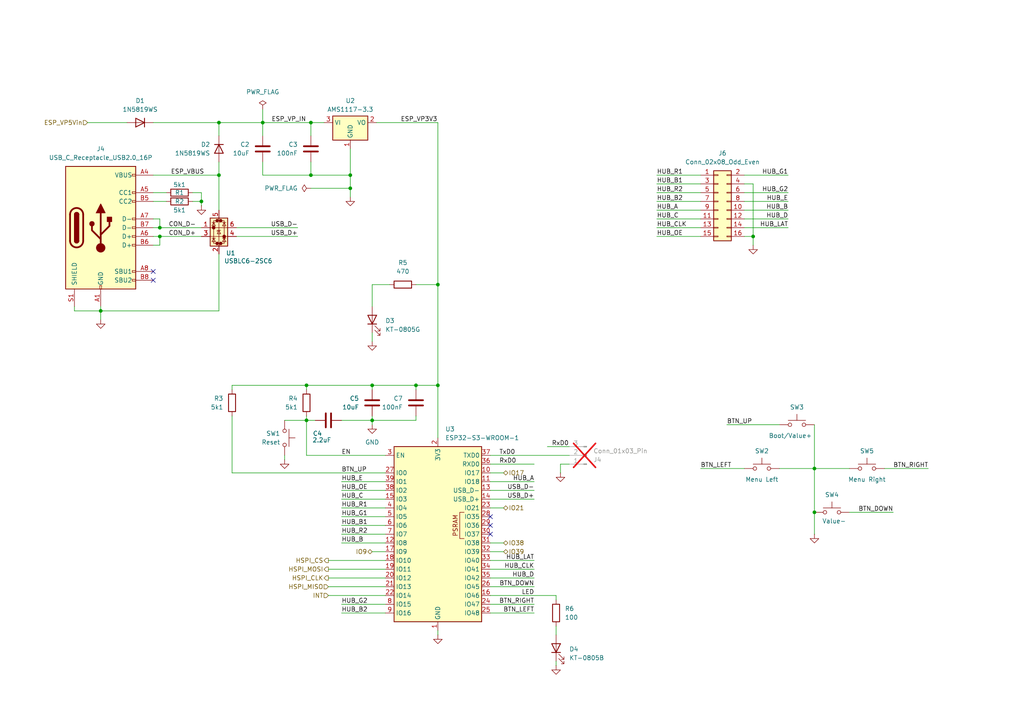
<source format=kicad_sch>
(kicad_sch (version 20250114) (generator "eeschema") (generator_version "9.0")
  (paper "A4")
  (title_block (date "2025-07-02"))
  (lib_symbols
    (symbol "Connector:Conn_01x03_Pin" (pin_names (offset 1.016) (hide yes))
      (property "Reference" "J" (at 0 5.08 0))
      (property "Value" "Conn_01x03_Pin" (at 0 -5.08 0))
      (symbol "Conn_01x03_Pin_1_1"
        (rectangle (start 0.8636 2.667) (end 0 2.413) (stroke (width 0.1524)) (fill (type outline)))
        (rectangle (start 0.8636 0.127) (end 0 -0.127) (stroke (width 0.1524)) (fill (type outline)))
        (rectangle (start 0.8636 -2.413) (end 0 -2.667) (stroke (width 0.1524)) (fill (type outline)))
        (polyline (pts (xy 1.27 2.54) (xy 0.8636 2.54)) (stroke (width 0.1524)))
        (polyline (pts (xy 1.27 0) (xy 0.8636 0)) (stroke (width 0.1524)))
        (polyline (pts (xy 1.27 -2.54) (xy 0.8636 -2.54)) (stroke (width 0.1524)))
        (pin passive line (at 5.08 2.54 180) (length 3.81) (name "Pin_1") (number "1"))
        (pin passive line (at 5.08 0 180) (length 3.81) (name "Pin_2") (number "2"))
        (pin passive line (at 5.08 -2.54 180) (length 3.81) (name "Pin_3") (number "3"))
      )
    )
    (symbol "Connector:USB_C_Receptacle_USB2.0_16P" (pin_names (offset 1.016))
      (property "Reference" "J" (at 0 22.225 0))
      (property "Value" "USB_C_Receptacle_USB2.0_16P" (at 0 19.685 0))
      (symbol "USB_C_Receptacle_USB2.0_16P_0_0"
        (rectangle (start -0.254 -17.78) (end 0.254 -16.764))
        (rectangle (start 10.16 15.494) (end 9.144 14.986))
        (rectangle (start 10.16 10.414) (end 9.144 9.906))
        (rectangle (start 10.16 7.874) (end 9.144 7.366))
        (rectangle (start 10.16 2.794) (end 9.144 2.286))
        (rectangle (start 10.16 0.254) (end 9.144 -0.254))
        (rectangle (start 10.16 -2.286) (end 9.144 -2.794))
        (rectangle (start 10.16 -4.826) (end 9.144 -5.334))
        (rectangle (start 10.16 -12.446) (end 9.144 -12.954))
        (rectangle (start 10.16 -14.986) (end 9.144 -15.494))
      )
      (symbol "USB_C_Receptacle_USB2.0_16P_0_1"
        (rectangle (start -10.16 17.78) (end 10.16 -17.78) (stroke (width 0.254)) (fill (type background)))
        (polyline (pts (xy -8.89 -3.81) (xy -8.89 3.81)) (stroke (width 0.508)))
        (rectangle (start -7.62 -3.81) (end -6.35 3.81) (stroke (width 0.254)) (fill (type outline)))
        (arc (start -7.62 3.81) (mid -6.985 4.4423) (end -6.35 3.81) (stroke (width 0.254)))
        (arc (start -7.62 3.81) (mid -6.985 4.4423) (end -6.35 3.81) (stroke (width 0.254)) (fill (type outline)))
        (arc (start -8.89 3.81) (mid -6.985 5.7067) (end -5.08 3.81) (stroke (width 0.508)))
        (arc (start -5.08 -3.81) (mid -6.985 -5.7067) (end -8.89 -3.81) (stroke (width 0.508)))
        (arc (start -6.35 -3.81) (mid -6.985 -4.4423) (end -7.62 -3.81) (stroke (width 0.254)))
        (arc (start -6.35 -3.81) (mid -6.985 -4.4423) (end -7.62 -3.81) (stroke (width 0.254)) (fill (type outline)))
        (polyline (pts (xy -5.08 3.81) (xy -5.08 -3.81)) (stroke (width 0.508)))
        (circle (center -2.54 1.143) (radius 0.635) (stroke (width 0.254)) (fill (type outline)))
        (polyline (pts (xy -1.27 4.318) (xy 0 6.858) (xy 1.27 4.318) (xy -1.27 4.318)) (stroke (width 0.254)) (fill (type outline)))
        (polyline (pts (xy 0 -2.032) (xy 2.54 0.508) (xy 2.54 1.778)) (stroke (width 0.508)))
        (polyline (pts (xy 0 -3.302) (xy -2.54 -0.762) (xy -2.54 0.508)) (stroke (width 0.508)))
        (polyline (pts (xy 0 -5.842) (xy 0 4.318)) (stroke (width 0.508)))
        (circle (center 0 -5.842) (radius 1.27) (fill (type outline)))
        (rectangle (start 1.905 1.778) (end 3.175 3.048) (stroke (width 0.254)) (fill (type outline)))
      )
      (symbol "USB_C_Receptacle_USB2.0_16P_1_1"
        (pin passive line (at -7.62 -22.86 90) (length 5.08) (name "SHIELD") (number "S1"))
        (pin passive line (at 0 -22.86 90) (length 5.08) (name "GND") (number "A1"))
        (pin passive line (at 0 -22.86 90) (length 5.08) (hide yes) (name "GND") (number "A12"))
        (pin passive line (at 0 -22.86 90) (length 5.08) (hide yes) (name "GND") (number "B1"))
        (pin passive line (at 0 -22.86 90) (length 5.08) (hide yes) (name "GND") (number "B12"))
        (pin passive line (at 15.24 15.24 180) (length 5.08) (name "VBUS") (number "A4"))
        (pin passive line (at 15.24 15.24 180) (length 5.08) (hide yes) (name "VBUS") (number "A9"))
        (pin passive line (at 15.24 15.24 180) (length 5.08) (hide yes) (name "VBUS") (number "B4"))
        (pin passive line (at 15.24 15.24 180) (length 5.08) (hide yes) (name "VBUS") (number "B9"))
        (pin bidirectional line (at 15.24 10.16 180) (length 5.08) (name "CC1") (number "A5"))
        (pin bidirectional line (at 15.24 7.62 180) (length 5.08) (name "CC2") (number "B5"))
        (pin bidirectional line (at 15.24 2.54 180) (length 5.08) (name "D-") (number "A7"))
        (pin bidirectional line (at 15.24 0 180) (length 5.08) (name "D-") (number "B7"))
        (pin bidirectional line (at 15.24 -2.54 180) (length 5.08) (name "D+") (number "A6"))
        (pin bidirectional line (at 15.24 -5.08 180) (length 5.08) (name "D+") (number "B6"))
        (pin bidirectional line (at 15.24 -12.7 180) (length 5.08) (name "SBU1") (number "A8"))
        (pin bidirectional line (at 15.24 -15.24 180) (length 5.08) (name "SBU2") (number "B8"))
      )
    )
    (symbol "Connector_Generic:Conn_02x08_Odd_Even" (pin_names (offset 1.016) (hide yes))
      (property "Reference" "J" (at 1.27 10.16 0))
      (property "Value" "Conn_02x08_Odd_Even" (at 1.27 -12.7 0))
      (symbol "Conn_02x08_Odd_Even_1_1"
        (rectangle (start -1.27 8.89) (end 3.81 -11.43) (stroke (width 0.254)) (fill (type background)))
        (rectangle (start -1.27 7.747) (end 0 7.493) (stroke (width 0.1524)))
        (rectangle (start -1.27 5.207) (end 0 4.953) (stroke (width 0.1524)))
        (rectangle (start -1.27 2.667) (end 0 2.413) (stroke (width 0.1524)))
        (rectangle (start -1.27 0.127) (end 0 -0.127) (stroke (width 0.1524)))
        (rectangle (start -1.27 -2.413) (end 0 -2.667) (stroke (width 0.1524)))
        (rectangle (start -1.27 -4.953) (end 0 -5.207) (stroke (width 0.1524)))
        (rectangle (start -1.27 -7.493) (end 0 -7.747) (stroke (width 0.1524)))
        (rectangle (start -1.27 -10.033) (end 0 -10.287) (stroke (width 0.1524)))
        (rectangle (start 3.81 7.747) (end 2.54 7.493) (stroke (width 0.1524)))
        (rectangle (start 3.81 5.207) (end 2.54 4.953) (stroke (width 0.1524)))
        (rectangle (start 3.81 2.667) (end 2.54 2.413) (stroke (width 0.1524)))
        (rectangle (start 3.81 0.127) (end 2.54 -0.127) (stroke (width 0.1524)))
        (rectangle (start 3.81 -2.413) (end 2.54 -2.667) (stroke (width 0.1524)))
        (rectangle (start 3.81 -4.953) (end 2.54 -5.207) (stroke (width 0.1524)))
        (rectangle (start 3.81 -7.493) (end 2.54 -7.747) (stroke (width 0.1524)))
        (rectangle (start 3.81 -10.033) (end 2.54 -10.287) (stroke (width 0.1524)))
        (pin passive line (at -5.08 7.62 0) (length 3.81) (name "Pin_1") (number "1"))
        (pin passive line (at -5.08 5.08 0) (length 3.81) (name "Pin_3") (number "3"))
        (pin passive line (at -5.08 2.54 0) (length 3.81) (name "Pin_5") (number "5"))
        (pin passive line (at -5.08 0 0) (length 3.81) (name "Pin_7") (number "7"))
        (pin passive line (at -5.08 -2.54 0) (length 3.81) (name "Pin_9") (number "9"))
        (pin passive line (at -5.08 -5.08 0) (length 3.81) (name "Pin_11") (number "11"))
        (pin passive line (at -5.08 -7.62 0) (length 3.81) (name "Pin_13") (number "13"))
        (pin passive line (at -5.08 -10.16 0) (length 3.81) (name "Pin_15") (number "15"))
        (pin passive line (at 7.62 7.62 180) (length 3.81) (name "Pin_2") (number "2"))
        (pin passive line (at 7.62 5.08 180) (length 3.81) (name "Pin_4") (number "4"))
        (pin passive line (at 7.62 2.54 180) (length 3.81) (name "Pin_6") (number "6"))
        (pin passive line (at 7.62 0 180) (length 3.81) (name "Pin_8") (number "8"))
        (pin passive line (at 7.62 -2.54 180) (length 3.81) (name "Pin_10") (number "10"))
        (pin passive line (at 7.62 -5.08 180) (length 3.81) (name "Pin_12") (number "12"))
        (pin passive line (at 7.62 -7.62 180) (length 3.81) (name "Pin_14") (number "14"))
        (pin passive line (at 7.62 -10.16 180) (length 3.81) (name "Pin_16") (number "16"))
      )
    )
    (symbol "Device:C" (pin_numbers (hide yes)) (pin_names (offset 0.254))
      (property "Reference" "C" (at 0.635 2.54 0))
      (property "Value" "C" (at 0.635 -2.54 0))
      (symbol "C_0_1"
        (polyline (pts (xy -2.032 0.762) (xy 2.032 0.762)) (stroke (width 0.508)))
        (polyline (pts (xy -2.032 -0.762) (xy 2.032 -0.762)) (stroke (width 0.508)))
      )
      (symbol "C_1_1"
        (pin passive line (at 0 3.81 270) (length 2.794) (name "~") (number "1"))
        (pin passive line (at 0 -3.81 90) (length 2.794) (name "~") (number "2"))
      )
    )
    (symbol "Device:D" (pin_numbers (hide yes)) (pin_names (offset 1.016) (hide yes))
      (property "Reference" "D" (at 0 2.54 0))
      (property "Value" "D" (at 0 -2.54 0))
      (symbol "D_0_1"
        (polyline (pts (xy -1.27 1.27) (xy -1.27 -1.27)) (stroke (width 0.254)))
        (polyline (pts (xy 1.27 1.27) (xy 1.27 -1.27) (xy -1.27 0) (xy 1.27 1.27)) (stroke (width 0.254)))
        (polyline (pts (xy 1.27 0) (xy -1.27 0)))
      )
      (symbol "D_1_1"
        (pin passive line (at -3.81 0 0) (length 2.54) (name "K") (number "1"))
        (pin passive line (at 3.81 0 180) (length 2.54) (name "A") (number "2"))
      )
    )
    (symbol "Device:LED" (pin_numbers (hide yes)) (pin_names (offset 1.016) (hide yes))
      (property "Reference" "D" (at 0 2.54 0))
      (property "Value" "LED" (at 0 -2.54 0))
      (symbol "LED_0_1"
        (polyline (pts (xy -3.048 -0.762) (xy -4.572 -2.286) (xy -3.81 -2.286) (xy -4.572 -2.286) (xy -4.572 -1.524)))
        (polyline (pts (xy -1.778 -0.762) (xy -3.302 -2.286) (xy -2.54 -2.286) (xy -3.302 -2.286) (xy -3.302 -1.524)))
        (polyline (pts (xy -1.27 0) (xy 1.27 0)))
        (polyline (pts (xy -1.27 -1.27) (xy -1.27 1.27)) (stroke (width 0.254)))
        (polyline (pts (xy 1.27 -1.27) (xy 1.27 1.27) (xy -1.27 0) (xy 1.27 -1.27)) (stroke (width 0.254)))
      )
      (symbol "LED_1_1"
        (pin passive line (at -3.81 0 0) (length 2.54) (name "K") (number "1"))
        (pin passive line (at 3.81 0 180) (length 2.54) (name "A") (number "2"))
      )
    )
    (symbol "Device:R" (pin_numbers (hide yes)) (pin_names (offset 0))
      (property "Reference" "R" (at 2.032 0 90))
      (property "Value" "R" (at 0 0 90))
      (symbol "R_0_1"
        (rectangle (start -1.016 -2.54) (end 1.016 2.54) (stroke (width 0.254)))
      )
      (symbol "R_1_1"
        (pin passive line (at 0 3.81 270) (length 1.27) (name "~") (number "1"))
        (pin passive line (at 0 -3.81 90) (length 1.27) (name "~") (number "2"))
      )
    )
    (symbol "Power_Protection:USBLC6-2SC6" (pin_names (hide yes))
      (property "Reference" "U" (at 0.635 5.715 0))
      (property "Value" "USBLC6-2SC6" (at 0.635 3.81 0))
      (symbol "USBLC6-2SC6_0_0"
        (circle (center -1.524 0) (radius 0.0001) (stroke (width 0.508)))
        (circle (center -0.508 2.032) (radius 0.0001) (stroke (width 0.508)))
        (circle (center -0.508 -4.572) (radius 0.0001) (stroke (width 0.508)))
        (circle (center 0.508 2.032) (radius 0.0001) (stroke (width 0.508)))
        (circle (center 0.508 -4.572) (radius 0.0001) (stroke (width 0.508)))
        (circle (center 1.524 -2.54) (radius 0.0001) (stroke (width 0.508)))
      )
      (symbol "USBLC6-2SC6_0_1"
        (polyline (pts (xy -2.54 0) (xy 2.54 0)))
        (polyline (pts (xy -2.54 -2.54) (xy 2.54 -2.54)))
        (polyline (pts (xy -2.032 0.508) (xy -1.016 0.508) (xy -1.524 1.524) (xy -2.032 0.508)))
        (polyline (pts (xy -2.032 -3.048) (xy -1.016 -3.048)))
        (polyline (pts (xy -1.016 1.524) (xy -2.032 1.524)))
        (polyline (pts (xy -1.016 -4.064) (xy -2.032 -4.064) (xy -1.524 -3.048) (xy -1.016 -4.064)))
        (polyline (pts (xy -0.508 -1.143) (xy -0.508 -0.762) (xy 0.508 -0.762)))
        (polyline (pts (xy 0 2.54) (xy -0.508 2.032) (xy 0.508 2.032) (xy 0 1.524) (xy 0 -4.064) (xy -0.508 -4.572) (xy 0.508 -4.572) (xy 0 -5.08)))
        (polyline (pts (xy 0.508 -1.778) (xy -0.508 -1.778) (xy 0 -0.762) (xy 0.508 -1.778)))
        (polyline (pts (xy 1.016 1.524) (xy 2.032 1.524)))
        (polyline (pts (xy 1.016 -3.048) (xy 2.032 -3.048)))
        (polyline (pts (xy 2.032 0.508) (xy 1.016 0.508) (xy 1.524 1.524) (xy 2.032 0.508)))
        (polyline (pts (xy 2.032 -4.064) (xy 1.016 -4.064) (xy 1.524 -3.048) (xy 2.032 -4.064)))
      )
      (symbol "USBLC6-2SC6_1_1"
        (rectangle (start -2.54 2.794) (end 2.54 -5.334) (stroke (width 0.254)) (fill (type background)))
        (polyline (pts (xy -0.508 2.032) (xy -1.524 2.032) (xy -1.524 -4.572) (xy -0.508 -4.572)))
        (polyline (pts (xy 0.508 -4.572) (xy 1.524 -4.572) (xy 1.524 2.032) (xy 0.508 2.032)))
        (pin passive line (at -5.08 0 0) (length 2.54) (name "I/O1") (number "1"))
        (pin passive line (at -5.08 -2.54 0) (length 2.54) (name "I/O2") (number "3"))
        (pin passive line (at 0 5.08 270) (length 2.54) (name "VBUS") (number "5"))
        (pin passive line (at 0 -7.62 90) (length 2.54) (name "GND") (number "2"))
        (pin passive line (at 5.08 0 180) (length 2.54) (name "I/O1") (number "6"))
        (pin passive line (at 5.08 -2.54 180) (length 2.54) (name "I/O2") (number "4"))
      )
    )
    (symbol "RF_Module:ESP32-S3-WROOM-1"
      (property "Reference" "U" (at -12.7 26.67 0))
      (property "Value" "ESP32-S3-WROOM-1" (at 12.7 26.67 0))
      (symbol "ESP32-S3-WROOM-1_0_0"
        (rectangle (start -12.7 25.4) (end 12.7 -25.4) (stroke (width 0.254)) (fill (type background)))
        (text "PSRAM" (at 5.08 2.54 900) (effects (font (size 1.27 1.27))))
      )
      (symbol "ESP32-S3-WROOM-1_0_1"
        (polyline (pts (xy 7.62 -1.27) (xy 6.35 -1.27) (xy 6.35 6.35) (xy 7.62 6.35)))
      )
      (symbol "ESP32-S3-WROOM-1_1_1"
        (pin input line (at -15.24 22.86 0) (length 2.54) (name "EN") (number "3"))
        (pin bidirectional line (at -15.24 17.78 0) (length 2.54) (name "IO0") (number "27"))
        (pin bidirectional line (at -15.24 15.24 0) (length 2.54) (name "IO1") (number "39"))
        (pin bidirectional line (at -15.24 12.7 0) (length 2.54) (name "IO2") (number "38"))
        (pin bidirectional line (at -15.24 10.16 0) (length 2.54) (name "IO3") (number "15"))
        (pin bidirectional line (at -15.24 7.62 0) (length 2.54) (name "IO4") (number "4"))
        (pin bidirectional line (at -15.24 5.08 0) (length 2.54) (name "IO5") (number "5"))
        (pin bidirectional line (at -15.24 2.54 0) (length 2.54) (name "IO6") (number "6"))
        (pin bidirectional line (at -15.24 0 0) (length 2.54) (name "IO7") (number "7"))
        (pin bidirectional line (at -15.24 -2.54 0) (length 2.54) (name "IO8") (number "12"))
        (pin bidirectional line (at -15.24 -5.08 0) (length 2.54) (name "IO9") (number "17"))
        (pin bidirectional line (at -15.24 -7.62 0) (length 2.54) (name "IO10") (number "18"))
        (pin bidirectional line (at -15.24 -10.16 0) (length 2.54) (name "IO11") (number "19"))
        (pin bidirectional line (at -15.24 -12.7 0) (length 2.54) (name "IO12") (number "20"))
        (pin bidirectional line (at -15.24 -15.24 0) (length 2.54) (name "IO13") (number "21"))
        (pin bidirectional line (at -15.24 -17.78 0) (length 2.54) (name "IO14") (number "22"))
        (pin bidirectional line (at -15.24 -20.32 0) (length 2.54) (name "IO15") (number "8"))
        (pin bidirectional line (at -15.24 -22.86 0) (length 2.54) (name "IO16") (number "9"))
        (pin power_in line (at 0 27.94 270) (length 2.54) (name "3V3") (number "2"))
        (pin power_in line (at 0 -27.94 90) (length 2.54) (name "GND") (number "1"))
        (pin passive line (at 0 -27.94 90) (length 2.54) (hide yes) (name "GND") (number "40"))
        (pin passive line (at 0 -27.94 90) (length 2.54) (hide yes) (name "GND") (number "41"))
        (pin bidirectional line (at 15.24 22.86 180) (length 2.54) (name "TXD0") (number "37"))
        (pin bidirectional line (at 15.24 20.32 180) (length 2.54) (name "RXD0") (number "36"))
        (pin bidirectional line (at 15.24 17.78 180) (length 2.54) (name "IO17") (number "10"))
        (pin bidirectional line (at 15.24 15.24 180) (length 2.54) (name "IO18") (number "11"))
        (pin bidirectional line (at 15.24 12.7 180) (length 2.54) (name "USB_D-") (number "13"))
        (pin bidirectional line (at 15.24 10.16 180) (length 2.54) (name "USB_D+") (number "14"))
        (pin bidirectional line (at 15.24 7.62 180) (length 2.54) (name "IO21") (number "23"))
        (pin bidirectional line (at 15.24 5.08 180) (length 2.54) (name "IO35") (number "28"))
        (pin bidirectional line (at 15.24 2.54 180) (length 2.54) (name "IO36") (number "29"))
        (pin bidirectional line (at 15.24 0 180) (length 2.54) (name "IO37") (number "30"))
        (pin bidirectional line (at 15.24 -2.54 180) (length 2.54) (name "IO38") (number "31"))
        (pin bidirectional line (at 15.24 -5.08 180) (length 2.54) (name "IO39") (number "32"))
        (pin bidirectional line (at 15.24 -7.62 180) (length 2.54) (name "IO40") (number "33"))
        (pin bidirectional line (at 15.24 -10.16 180) (length 2.54) (name "IO41") (number "34"))
        (pin bidirectional line (at 15.24 -12.7 180) (length 2.54) (name "IO42") (number "35"))
        (pin bidirectional line (at 15.24 -15.24 180) (length 2.54) (name "IO45") (number "26"))
        (pin bidirectional line (at 15.24 -17.78 180) (length 2.54) (name "IO46") (number "16"))
        (pin bidirectional line (at 15.24 -20.32 180) (length 2.54) (name "IO47") (number "24"))
        (pin bidirectional line (at 15.24 -22.86 180) (length 2.54) (name "IO48") (number "25"))
      )
    )
    (symbol "Regulator_Linear:AMS1117-3.3"
      (property "Reference" "U" (at -3.81 3.175 0))
      (property "Value" "AMS1117-3.3" (at 0 3.175 0))
      (symbol "AMS1117-3.3_0_1"
        (rectangle (start -5.08 -5.08) (end 5.08 1.905) (stroke (width 0.254)) (fill (type background)))
      )
      (symbol "AMS1117-3.3_1_1"
        (pin power_in line (at -7.62 0 0) (length 2.54) (name "VI") (number "3"))
        (pin power_in line (at 0 -7.62 90) (length 2.54) (name "GND") (number "1"))
        (pin power_out line (at 7.62 0 180) (length 2.54) (name "VO") (number "2"))
      )
    )
    (symbol "Switch:SW_Push" (pin_numbers (hide yes)) (pin_names (offset 1.016) (hide yes))
      (property "Reference" "SW" (at 1.27 2.54 0))
      (property "Value" "SW_Push" (at 0 -1.524 0))
      (symbol "SW_Push_0_1"
        (circle (center -2.032 0) (radius 0.508))
        (polyline (pts (xy 0 1.27) (xy 0 3.048)))
        (circle (center 2.032 0) (radius 0.508))
        (polyline (pts (xy 2.54 1.27) (xy -2.54 1.27)))
        (pin passive line (at -5.08 0 0) (length 2.54) (name "1") (number "1"))
        (pin passive line (at 5.08 0 180) (length 2.54) (name "2") (number "2"))
      )
    )
    (symbol "power:GND" (power) (pin_numbers (hide yes)) (pin_names (offset 0) (hide yes))
      (property "Value" "GND" (at 0 -3.81 0))
      (symbol "GND_0_1"
        (polyline (pts (xy 0 0) (xy 0 -1.27) (xy 1.27 -1.27) (xy 0 -2.54) (xy -1.27 -1.27) (xy 0 -1.27)))
      )
      (symbol "GND_1_1"
        (pin power_in line (at 0 0 270) (length 0) (name "~") (number "1"))
      )
    )
    (symbol "power:PWR_FLAG" (power) (pin_numbers (hide yes)) (pin_names (offset 0) (hide yes))
      (property "Value" "PWR_FLAG" (at 0 3.81 0))
      (symbol "PWR_FLAG_0_0"
        (pin power_out line (at 0 0 90) (length 0) (name "~") (number "1"))
      )
      (symbol "PWR_FLAG_0_1"
        (polyline (pts (xy 0 0) (xy 0 1.27) (xy -1.016 1.905) (xy 0 2.54) (xy 1.016 1.905) (xy 0 1.27)))
      )
    )
  )
  (junction (at 63.5 50.8))
  (junction (at 218.44 68.58))
  (junction (at 46.355 66.04))
  (junction (at 107.95 111.76))
  (junction (at 107.95 121.92))
  (junction (at 88.9 111.76))
  (junction (at 236.22 148.59))
  (junction (at 46.355 68.58))
  (junction (at 58.42 58.42))
  (junction (at 127 111.76))
  (junction (at 88.9 121.92))
  (junction (at 76.2 35.56))
  (junction (at 120.65 111.76))
  (junction (at 63.5 35.56))
  (junction (at 90.17 35.56))
  (junction (at 236.22 135.89))
  (junction (at 127 82.55))
  (junction (at 29.21 90.17))
  (junction (at 101.6 54.61))
  (junction (at 90.17 50.8))
  (junction (at 101.6 50.8))
  (no_connect (at 142.24 152.4))
  (no_connect (at 142.24 154.94))
  (no_connect (at 44.45 81.28))
  (no_connect (at 142.24 149.86))
  (no_connect (at 44.45 78.74))
  (wire (pts (xy 142.24 172.72) (xy 161.29 172.72)))
  (wire (pts (xy 44.45 63.5) (xy 46.355 63.5)))
  (wire (pts (xy 120.65 111.76) (xy 120.65 113.03)))
  (wire (pts (xy 127 82.55) (xy 127 111.76)))
  (wire (pts (xy 88.9 111.76) (xy 88.9 113.03)))
  (wire (pts (xy 63.5 90.17) (xy 63.5 73.66)))
  (wire (pts (xy 46.355 68.58) (xy 46.355 71.12)))
  (wire (pts (xy 142.24 157.48) (xy 146.05 157.48)))
  (wire (pts (xy 95.25 162.56) (xy 111.76 162.56)))
  (wire (pts (xy 48.26 58.42) (xy 44.45 58.42)))
  (wire (pts (xy 127 184.15) (xy 127 182.88)))
  (wire (pts (xy 158.75 129.54) (xy 165.1 129.54)))
  (wire (pts (xy 76.2 31.75) (xy 76.2 35.56)))
  (wire (pts (xy 76.2 46.99) (xy 76.2 50.8)))
  (wire (pts (xy 190.5 60.96) (xy 203.2 60.96)))
  (wire (pts (xy 67.31 111.76) (xy 88.9 111.76)))
  (wire (pts (xy 29.21 90.17) (xy 29.21 92.71)))
  (wire (pts (xy 190.5 55.88) (xy 203.2 55.88)))
  (wire (pts (xy 203.2 135.89) (xy 215.9 135.89)))
  (wire (pts (xy 256.54 135.89) (xy 269.24 135.89)))
  (wire (pts (xy 142.24 132.08) (xy 165.1 132.08)))
  (wire (pts (xy 63.5 39.37) (xy 63.5 35.56)))
  (wire (pts (xy 107.95 96.52) (xy 107.95 99.06)))
  (wire (pts (xy 68.58 68.58) (xy 86.36 68.58)))
  (wire (pts (xy 44.45 71.12) (xy 46.355 71.12)))
  (wire (pts (xy 90.17 50.8) (xy 101.6 50.8)))
  (wire (pts (xy 90.17 35.56) (xy 93.98 35.56)))
  (wire (pts (xy 76.2 35.56) (xy 63.5 35.56)))
  (wire (pts (xy 215.9 58.42) (xy 228.6 58.42)))
  (wire (pts (xy 95.25 170.18) (xy 111.76 170.18)))
  (wire (pts (xy 215.9 55.88) (xy 228.6 55.88)))
  (wire (pts (xy 21.59 88.9) (xy 21.59 90.17)))
  (wire (pts (xy 127 35.56) (xy 127 82.55)))
  (wire (pts (xy 88.9 121.92) (xy 88.9 120.65)))
  (wire (pts (xy 190.5 66.04) (xy 203.2 66.04)))
  (wire (pts (xy 67.31 137.16) (xy 111.76 137.16)))
  (wire (pts (xy 46.355 68.58) (xy 58.42 68.58)))
  (wire (pts (xy 218.44 53.34) (xy 218.44 68.58)))
  (wire (pts (xy 99.06 157.48) (xy 111.76 157.48)))
  (wire (pts (xy 107.95 121.92) (xy 107.95 123.19)))
  (wire (pts (xy 142.24 165.1) (xy 154.94 165.1)))
  (wire (pts (xy 91.44 121.92) (xy 88.9 121.92)))
  (wire (pts (xy 44.45 35.56) (xy 63.5 35.56)))
  (wire (pts (xy 99.06 144.78) (xy 111.76 144.78)))
  (wire (pts (xy 99.06 149.86) (xy 111.76 149.86)))
  (wire (pts (xy 161.29 181.61) (xy 161.29 184.15)))
  (wire (pts (xy 76.2 35.56) (xy 76.2 39.37)))
  (wire (pts (xy 142.24 144.78) (xy 154.94 144.78)))
  (wire (pts (xy 109.22 35.56) (xy 127 35.56)))
  (wire (pts (xy 88.9 132.08) (xy 111.76 132.08)))
  (wire (pts (xy 161.29 173.99) (xy 161.29 172.72)))
  (wire (pts (xy 76.2 35.56) (xy 90.17 35.56)))
  (wire (pts (xy 215.9 53.34) (xy 218.44 53.34)))
  (wire (pts (xy 99.06 121.92) (xy 107.95 121.92)))
  (wire (pts (xy 120.65 120.65) (xy 120.65 121.92)))
  (wire (pts (xy 67.31 111.76) (xy 67.31 113.03)))
  (wire (pts (xy 82.55 121.92) (xy 88.9 121.92)))
  (wire (pts (xy 107.95 111.76) (xy 120.65 111.76)))
  (wire (pts (xy 55.88 55.88) (xy 58.42 55.88)))
  (wire (pts (xy 29.21 88.9) (xy 29.21 90.17)))
  (wire (pts (xy 236.22 135.89) (xy 246.38 135.89)))
  (wire (pts (xy 95.25 167.64) (xy 111.76 167.64)))
  (wire (pts (xy 127 111.76) (xy 127 127)))
  (wire (pts (xy 44.45 66.04) (xy 46.355 66.04)))
  (wire (pts (xy 68.58 66.04) (xy 86.36 66.04)))
  (wire (pts (xy 99.06 152.4) (xy 111.76 152.4)))
  (wire (pts (xy 88.9 132.08) (xy 88.9 121.92)))
  (wire (pts (xy 161.29 191.77) (xy 161.29 193.04)))
  (wire (pts (xy 190.5 58.42) (xy 203.2 58.42)))
  (wire (pts (xy 142.24 160.02) (xy 146.05 160.02)))
  (wire (pts (xy 113.03 82.55) (xy 107.95 82.55)))
  (wire (pts (xy 246.38 148.59) (xy 259.08 148.59)))
  (wire (pts (xy 215.9 63.5) (xy 228.6 63.5)))
  (wire (pts (xy 25.4 35.56) (xy 36.83 35.56)))
  (wire (pts (xy 95.25 172.72) (xy 111.76 172.72)))
  (wire (pts (xy 63.5 46.99) (xy 63.5 50.8)))
  (wire (pts (xy 90.17 54.61) (xy 101.6 54.61)))
  (wire (pts (xy 218.44 68.58) (xy 218.44 71.12)))
  (wire (pts (xy 190.5 63.5) (xy 203.2 63.5)))
  (wire (pts (xy 107.95 82.55) (xy 107.95 88.9)))
  (wire (pts (xy 107.95 113.03) (xy 107.95 111.76)))
  (wire (pts (xy 142.24 134.62) (xy 154.94 134.62)))
  (wire (pts (xy 142.24 162.56) (xy 154.94 162.56)))
  (wire (pts (xy 162.56 134.62) (xy 165.1 134.62)))
  (wire (pts (xy 142.24 137.16) (xy 146.05 137.16)))
  (wire (pts (xy 44.45 50.8) (xy 63.5 50.8)))
  (wire (pts (xy 215.9 50.8) (xy 228.6 50.8)))
  (wire (pts (xy 44.45 68.58) (xy 46.355 68.58)))
  (wire (pts (xy 190.5 50.8) (xy 203.2 50.8)))
  (wire (pts (xy 142.24 167.64) (xy 154.94 167.64)))
  (wire (pts (xy 226.06 135.89) (xy 236.22 135.89)))
  (wire (pts (xy 215.9 66.04) (xy 228.6 66.04)))
  (wire (pts (xy 21.59 90.17) (xy 29.21 90.17)))
  (wire (pts (xy 58.42 58.42) (xy 58.42 59.69)))
  (wire (pts (xy 99.06 139.7) (xy 111.76 139.7)))
  (wire (pts (xy 142.24 175.26) (xy 154.94 175.26)))
  (wire (pts (xy 29.21 90.17) (xy 63.5 90.17)))
  (wire (pts (xy 99.06 142.24) (xy 111.76 142.24)))
  (wire (pts (xy 90.17 46.99) (xy 90.17 50.8)))
  (wire (pts (xy 63.5 50.8) (xy 63.5 60.96)))
  (wire (pts (xy 107.95 160.02) (xy 111.76 160.02)))
  (wire (pts (xy 107.95 121.92) (xy 120.65 121.92)))
  (wire (pts (xy 142.24 142.24) (xy 154.94 142.24)))
  (wire (pts (xy 236.22 123.19) (xy 236.22 135.89)))
  (wire (pts (xy 107.95 120.65) (xy 107.95 121.92)))
  (wire (pts (xy 142.24 139.7) (xy 154.94 139.7)))
  (wire (pts (xy 162.56 137.16) (xy 162.56 134.62)))
  (wire (pts (xy 236.22 148.59) (xy 236.22 154.94)))
  (wire (pts (xy 101.6 50.8) (xy 101.6 54.61)))
  (wire (pts (xy 101.6 43.18) (xy 101.6 50.8)))
  (wire (pts (xy 215.9 60.96) (xy 228.6 60.96)))
  (wire (pts (xy 95.25 165.1) (xy 111.76 165.1)))
  (wire (pts (xy 99.06 147.32) (xy 111.76 147.32)))
  (wire (pts (xy 76.2 50.8) (xy 90.17 50.8)))
  (wire (pts (xy 99.06 154.94) (xy 111.76 154.94)))
  (wire (pts (xy 190.5 53.34) (xy 203.2 53.34)))
  (wire (pts (xy 90.17 35.56) (xy 90.17 39.37)))
  (wire (pts (xy 99.06 175.26) (xy 111.76 175.26)))
  (wire (pts (xy 88.9 111.76) (xy 107.95 111.76)))
  (wire (pts (xy 55.88 58.42) (xy 58.42 58.42)))
  (wire (pts (xy 120.65 82.55) (xy 127 82.55)))
  (wire (pts (xy 101.6 54.61) (xy 101.6 57.15)))
  (wire (pts (xy 142.24 170.18) (xy 154.94 170.18)))
  (wire (pts (xy 99.06 177.8) (xy 111.76 177.8)))
  (wire (pts (xy 142.24 177.8) (xy 154.94 177.8)))
  (wire (pts (xy 46.355 63.5) (xy 46.355 66.04)))
  (wire (pts (xy 236.22 135.89) (xy 236.22 148.59)))
  (wire (pts (xy 215.9 68.58) (xy 218.44 68.58)))
  (wire (pts (xy 210.82 123.19) (xy 226.06 123.19)))
  (wire (pts (xy 44.45 55.88) (xy 48.26 55.88)))
  (wire (pts (xy 46.355 66.04) (xy 58.42 66.04)))
  (wire (pts (xy 120.65 111.76) (xy 127 111.76)))
  (wire (pts (xy 142.24 147.32) (xy 146.05 147.32)))
  (wire (pts (xy 58.42 55.88) (xy 58.42 58.42)))
  (wire (pts (xy 190.5 68.58) (xy 203.2 68.58)))
  (wire (pts (xy 67.31 120.65) (xy 67.31 137.16)))
  (wire (pts (xy 82.55 132.08) (xy 82.55 133.35)))
  (label "BTN_RIGHT" (at 154.94 175.26 180))
  (label "BTN_DOWN" (at 259.08 148.59 180))
  (label "HUB_OE" (at 99.06 142.24 0))
  (label "HUB_E" (at 228.6 58.42 180))
  (label "HUB_G1" (at 228.6 50.8 180))
  (label "RxD0" (at 160.02 129.54 0))
  (label "EN" (at 99.06 132.08 0))
  (label "HUB_CLK" (at 190.5 66.04 0))
  (label "BTN_UP" (at 99.06 137.16 0))
  (label "TxD0" (at 144.78 132.08 0))
  (label "HUB_B2" (at 190.5 58.42 0))
  (label "BTN_UP" (at 210.82 123.19 0))
  (label "CON_D-" (at 48.895 66.04 0))
  (label "HUB_B" (at 228.6 60.96 180))
  (label "HUB_D" (at 228.6 63.5 180))
  (label "HUB_B1" (at 99.06 152.4 0))
  (label "HUB_C" (at 190.5 63.5 0))
  (label "HUB_R1" (at 99.06 147.32 0))
  (label "ESP_VP3V3" (at 116.205 35.56 0))
  (label "HUB_CLK" (at 154.94 165.1 180))
  (label "HUB_B2" (at 99.06 177.8 0))
  (label "BTN_RIGHT" (at 269.24 135.89 180))
  (label "HUB_LAT" (at 228.6 66.04 180))
  (label "HUB_G2" (at 99.06 175.26 0))
  (label "BTN_LEFT" (at 154.94 177.8 180))
  (label "ESP_VP_IN" (at 78.74 35.56 0))
  (label "HUB_B" (at 99.06 157.48 0))
  (label "HUB_A" (at 154.94 139.7 180))
  (label "LED" (at 154.94 172.72 180))
  (label "USB_D-" (at 154.94 142.24 180))
  (label "HUB_B1" (at 190.5 53.34 0))
  (label "BTN_LEFT" (at 203.2 135.89 0))
  (label "HUB_C" (at 99.06 144.78 0))
  (label "HUB_A" (at 190.5 60.96 0))
  (label "HUB_D" (at 154.94 167.64 180))
  (label "HUB_R1" (at 190.5 50.8 0))
  (label "RxD0" (at 144.78 134.62 0))
  (label "BTN_DOWN" (at 154.94 170.18 180))
  (label "USB_D-" (at 86.36 66.04 180))
  (label "HUB_R2" (at 99.06 154.94 0))
  (label "HUB_G1" (at 99.06 149.86 0))
  (label "ESP_VBUS" (at 49.53 50.8 0))
  (label "CON_D+" (at 48.895 68.58 0))
  (label "HUB_R2" (at 190.5 55.88 0))
  (label "HUB_G2" (at 228.6 55.88 180))
  (label "USB_D+" (at 86.36 68.58 180))
  (label "HUB_OE" (at 190.5 68.58 0))
  (label "HUB_LAT" (at 154.94 162.56 180))
  (label "USB_D+" (at 154.94 144.78 180))
  (label "HUB_E" (at 99.06 139.7 0))
  (hierarchical_label "IO9" (shape bidirectional) (at 107.95 160.02 180))
  (hierarchical_label "INT" (shape input) (at 95.25 172.72 180))
  (hierarchical_label "IO17" (shape bidirectional) (at 146.05 137.16 0))
  (hierarchical_label "HSPI_MOSI" (shape output) (at 95.25 165.1 180))
  (hierarchical_label "IO39" (shape bidirectional) (at 146.05 160.02 0))
  (hierarchical_label "HSPI_CLK" (shape output) (at 95.25 167.64 180))
  (hierarchical_label "IO21" (shape bidirectional) (at 146.05 147.32 0))
  (hierarchical_label "IO38" (shape bidirectional) (at 146.05 157.48 0))
  (hierarchical_label "HSPI_MISO" (shape input) (at 95.25 170.18 180))
  (hierarchical_label "ESP_VP5Vin" (shape input) (at 25.4 35.56 180))
  (hierarchical_label "HSPI_CS" (shape output) (at 95.25 162.56 180))
  (symbol (lib_id "Device:R") (at 161.29 177.8 0) (unit 1)
    (property "Reference" "R6" (at 163.83 176.5299 0) (effects (justify left)))
    (property "Value" "100" (at 163.83 179.0699 0) (effects (justify left)))
    (property "Footprint" "Resistor_SMD:R_0603_1608Metric" (effects (hide yes)))
    (property "Description" "100 ohm, 100mW Thick Film Resistor, 1%" (effects (hide yes)))
    (property "LCSC" "C22775" (effects (hide yes)))
  )
  (symbol (lib_id "Device:D") (at 40.64 35.56 180) (unit 1)
    (property "Reference" "D1" (at 40.64 29.21 0))
    (property "Value" "1N5819WS" (at 40.64 31.75 0))
    (property "Footprint" "Diode_SMD:D_SOD-323" (effects (hide yes)))
    (property "Description" "1N5819WS - 1A Schottky Diode" (effects (hide yes)))
    (property "Sim.Device" "D" (effects (hide yes)))
    (property "Sim.Pins" "1=K 2=A" (effects (hide yes)))
    (property "LCSC" "C191023" (effects (hide yes)))
  )
  (symbol (lib_id "Device:LED") (at 161.29 187.96 90) (unit 1)
    (property "Reference" "D4" (at 165.1 188.2774 90) (effects (justify right)))
    (property "Value" "KT-0805B" (at 165.1 190.8174 90) (effects (justify right)))
    (property "Footprint" "LED_SMD:LED_0805_2012Metric" (effects (hide yes)))
    (property "Description" "KT-0805B - Led blue, 55 mcd @ 20 mA" (effects (hide yes)))
    (property "Sim.Pins" "1=K 2=A" (effects (hide yes)))
    (property "LCSC" "C2293" (effects (hide yes)))
  )
  (symbol (lib_id "power:GND") (at 29.21 92.71 0) (unit 1)
    (property "Reference" "#PWR04" (effects (hide yes)))
    (property "Value" "GND" (effects (hide yes)))
    (property "Description" "Power symbol creates a global label with name \"GND\" , ground" (effects (hide yes)))
    (instances (project "hub75_esp32s3" (path "" (reference "#PWR05") (unit 1))) (project "hub75_esp32s3" (path "" (reference "#PWR04") (unit 1))))
  )
  (symbol (lib_id "power:GND") (at 127 184.15 0) (unit 1)
    (property "Reference" "#PWR010" (effects (hide yes)))
    (property "Value" "GND" (effects (hide yes)))
    (property "Description" "Power symbol creates a global label with name \"GND\" , ground" (effects (hide yes)))
    (instances (project "hub75_esp32s3" (path "" (reference "#PWR011") (unit 1))) (project "hub75_esp32s3" (path "" (reference "#PWR010") (unit 1))))
  )
  (symbol (lib_id "Switch:SW_Push") (at 241.3 148.59 0) (mirror y) (unit 1)
    (property "Reference" "SW4" (at 241.3 143.51 0))
    (property "Value" "Value-" (at 241.935 151.13 0))
    (property "Footprint" "Button_Switch_SMD:SW_SPST_SKQG_WithStem" (effects (hide yes)))
    (property "Description" "TS-1187A-B-A-B, tacticle switch, 5.1x5.1mm" (effects (hide yes)))
    (property "LCSC" "C318884" (effects (hide yes)))
  )
  (symbol (lib_id "Device:R") (at 52.07 58.42 90) (unit 1)
    (property "Reference" "R2" (at 52.07 58.42 90))
    (property "Value" "5k1" (at 52.07 60.96 90))
    (property "Footprint" "Resistor_SMD:R_0603_1608Metric" (effects (hide yes)))
    (property "Description" "5k1, 100mW Thick Film Resistor, 1%" (effects (hide yes)))
    (property "LCSC" "C23186" (effects (hide yes)))
  )
  (symbol (lib_id "power:PWR_FLAG") (at 90.17 54.61 90) (unit 1)
    (property "Reference" "#FLG03" (effects (hide yes)))
    (property "Value" "PWR_FLAG" (at 86.36 54.6099 90) (effects (justify left)))
    (property "Description" "Special symbol for telling ERC where power comes from" (effects (hide yes)))
  )
  (symbol (lib_id "power:GND") (at 101.6 57.15 0) (unit 1)
    (property "Reference" "#PWR07" (effects (hide yes)))
    (property "Value" "GND" (effects (hide yes)))
    (property "Description" "Power symbol creates a global label with name \"GND\" , ground" (effects (hide yes)))
    (instances (project "hub75_esp32s3" (path "" (reference "#PWR08") (unit 1))) (project "hub75_esp32s3" (path "" (reference "#PWR07") (unit 1))))
  )
  (symbol (lib_id "Device:LED") (at 107.95 92.71 90) (unit 1)
    (property "Reference" "D3" (at 111.76 93.0274 90) (effects (justify right)))
    (property "Value" "KT-0805G" (at 111.76 95.5674 90) (effects (justify right)))
    (property "Footprint" "LED_SMD:LED_0805_2012Metric" (effects (hide yes)))
    (property "Description" "KT-0805G - Led green, 230 mcd @ 20 mA" (effects (hide yes)))
    (property "Sim.Pins" "1=K 2=A" (effects (hide yes)))
    (property "LCSC" "C2297" (effects (hide yes)))
  )
  (symbol (lib_id "Switch:SW_Push") (at 231.14 123.19 0) (unit 1)
    (property "Reference" "SW3" (at 231.14 118.11 0))
    (property "Value" "Boot/Value+" (at 229.235 126.365 0))
    (property "Footprint" "Button_Switch_SMD:SW_SPST_SKQG_WithStem" (effects (hide yes)))
    (property "Description" "TS-1187A-B-A-B, tacticle switch, 5.1x5.1mm" (effects (hide yes)))
    (property "LCSC" "C318884" (effects (hide yes)))
  )
  (symbol (lib_id "Switch:SW_Push") (at 82.55 127 270) (mirror x) (unit 1)
    (property "Reference" "SW1" (at 81.28 125.7299 90) (effects (justify right)))
    (property "Value" "Reset" (at 81.28 128.2699 90) (effects (justify right)))
    (property "Footprint" "Button_Switch_SMD:SW_SPST_SKQG_WithStem" (effects (hide yes)))
    (property "Description" "TS-1187A-B-A-B, tacticle switch, 5.1x5.1mm" (effects (hide yes)))
    (property "LCSC" "C318884" (effects (hide yes)))
  )
  (symbol (lib_id "power:GND") (at 107.95 99.06 0) (unit 1)
    (property "Reference" "#PWR08" (effects (hide yes)))
    (property "Value" "GND" (effects (hide yes)))
    (property "Description" "Power symbol creates a global label with name \"GND\" , ground" (effects (hide yes)))
    (instances (project "hub75_esp32s3" (path "" (reference "#PWR09") (unit 1))) (project "hub75_esp32s3" (path "" (reference "#PWR08") (unit 1))))
  )
  (symbol (lib_id "power:GND") (at 107.95 123.19 0) (unit 1)
    (property "Reference" "#PWR09" (effects (hide yes)))
    (property "Value" "GND" (at 107.95 128.27 0))
    (property "Description" "Power symbol creates a global label with name \"GND\" , ground" (effects (hide yes)))
    (instances (project "hub75_esp32s3" (path "" (reference "#PWR010") (unit 1))) (project "hub75_esp32s3" (path "" (reference "#PWR09") (unit 1))))
  )
  (symbol (lib_id "Device:C") (at 107.95 116.84 0) (mirror y) (unit 1)
    (property "Reference" "C4" (at 104.14 115.5699 0) (effects (justify left)))
    (property "Value" "10uF" (at 104.14 118.1099 0) (effects (justify left)))
    (property "Footprint" "Capacitor_SMD:C_0805_2012Metric" (effects (hide yes)))
    (property "Description" "10uF X5R ±10% 25V" (effects (hide yes)))
    (property "LCSC" "C15850" (effects (hide yes)))
    (instances (project "hub75_esp32s3" (path "" (reference "C5") (unit 1))) (project "hub75_esp32s3" (path "" (reference "C4") (unit 1))))
  )
  (symbol (lib_id "Switch:SW_Push") (at 220.98 135.89 0) (unit 1)
    (property "Reference" "SW2" (at 220.98 130.81 0))
    (property "Value" "Menu Left" (at 220.98 139.065 0))
    (property "Footprint" "Button_Switch_SMD:SW_SPST_SKQG_WithStem" (effects (hide yes)))
    (property "Description" "TS-1187A-B-A-B, tacticle switch, 5.1x5.1mm" (effects (hide yes)))
    (property "LCSC" "C318884" (effects (hide yes)))
  )
  (symbol (lib_id "Device:R") (at 88.9 116.84 0) (mirror y) (unit 1)
    (property "Reference" "R4" (at 86.36 115.5699 0) (effects (justify left)))
    (property "Value" "5k1" (at 86.36 118.1099 0) (effects (justify left)))
    (property "Footprint" "Resistor_SMD:R_0603_1608Metric" (effects (hide yes)))
    (property "Description" "5k1, 100mW Thick Film Resistor, 1%" (effects (hide yes)))
    (property "LCSC" "C23186" (effects (hide yes)))
  )
  (symbol (lib_id "RF_Module:ESP32-S3-WROOM-1") (at 127 154.94 0) (unit 1)
    (property "Reference" "U3" (at 129.1433 124.46 0) (effects (justify left)))
    (property "Value" "ESP32-S3-WROOM-1" (at 129.1433 127 0) (effects (justify left)))
    (property "Footprint" "RF_Module:ESP32-S3-WROOM-1" (effects (hide yes)))
    (property "Datasheet" "https://www.espressif.com/sites/default/files/documentation/esp32-s3-wroom-1_wroom-1u_datasheet_en.pdf" (effects (hide yes)))
    (property "Description" "ESP32-S3-WROOM-1-N16R8 SoC" (effects (hide yes)))
    (property "LCSC" "C2913202" (effects (hide yes)))
  )
  (symbol (lib_id "power:GND") (at 58.42 59.69 0) (unit 1)
    (property "Reference" "#PWR05" (effects (hide yes)))
    (property "Value" "GND" (effects (hide yes)))
    (property "Description" "Power symbol creates a global label with name \"GND\" , ground" (effects (hide yes)))
    (instances (project "hub75_esp32s3" (path "" (reference "#PWR06") (unit 1))) (project "hub75_esp32s3" (path "" (reference "#PWR05") (unit 1))))
  )
  (symbol (lib_id "power:GND") (at 236.22 154.94 0) (unit 1)
    (property "Reference" "#PWR014" (effects (hide yes)))
    (property "Value" "GND" (effects (hide yes)))
    (property "Description" "Power symbol creates a global label with name \"GND\" , ground" (effects (hide yes)))
  )
  (symbol (lib_id "power:GND") (at 161.29 193.04 0) (unit 1)
    (property "Reference" "#PWR011" (effects (hide yes)))
    (property "Value" "GND" (effects (hide yes)))
    (property "Description" "Power symbol creates a global label with name \"GND\" , ground" (effects (hide yes)))
  )
  (symbol (lib_id "Connector:Conn_01x03_Pin") (at 170.18 132.08 180) (unit 1) (dnp yes)
    (property "Reference" "J4" (at 172.085 133.3501 0) (effects (justify right)))
    (property "Value" "Conn_01x03_Pin" (at 172.085 130.8101 0) (effects (justify right)))
    (property "Footprint" "Connector_PinHeader_2.54mm:PinHeader_1x03_P2.54mm_Vertical" (effects (hide yes)))
    (property "Description" "Generic connector, single row, 01x03, script generated" (effects (hide yes)))
  )
  (symbol (lib_id "Connector:USB_C_Receptacle_USB2.0_16P") (at 29.21 66.04 0) (unit 1)
    (property "Reference" "J3" (at 29.21 43.18 0))
    (property "Value" "USB_C_Receptacle_USB2.0_16P" (at 29.21 45.72 0))
    (property "Footprint" "Connector_USB:USB_C_Receptacle_XKB_U262-16XN-4BVC11" (effects (hide yes)))
    (property "Datasheet" "https://www.usb.org/sites/default/files/documents/usb_type-c.zip" (effects (hide yes)))
    (property "Description" "KH-TYPE-C-16P - USB-C receptable connector" (effects (hide yes)))
    (property "LCSC" "C709357" (effects (hide yes)))
    (instances (project "hub75_esp32s3" (path "" (reference "J4") (unit 1))) (project "hub75_esp32s3" (path "" (reference "J3") (unit 1))))
  )
  (symbol (lib_id "power:GND") (at 218.44 71.12 0) (unit 1)
    (property "Reference" "#PWR013" (effects (hide yes)))
    (property "Value" "GND" (effects (hide yes)))
    (property "Description" "Power symbol creates a global label with name \"GND\" , ground" (effects (hide yes)))
  )
  (symbol (lib_id "Device:C") (at 76.2 43.18 0) (mirror y) (unit 1)
    (property "Reference" "C1" (at 72.39 41.9099 0) (effects (justify left)))
    (property "Value" "10uF" (at 72.39 44.4499 0) (effects (justify left)))
    (property "Footprint" "Capacitor_SMD:C_0805_2012Metric" (effects (hide yes)))
    (property "Description" "10uF X5R ±10% 25V" (effects (hide yes)))
    (property "LCSC" "C15850" (effects (hide yes)))
    (instances (project "hub75_esp32s3" (path "" (reference "C2") (unit 1))) (project "hub75_esp32s3" (path "" (reference "C1") (unit 1))))
  )
  (symbol (lib_id "Device:D") (at 63.5 43.18 90) (mirror x) (unit 1)
    (property "Reference" "D2" (at 60.96 41.9099 90) (effects (justify left)))
    (property "Value" "1N5819WS" (at 60.96 44.4499 90) (effects (justify left)))
    (property "Footprint" "Diode_SMD:D_SOD-323" (effects (hide yes)))
    (property "Description" "1N5819WS - 1A Schottky Diode" (effects (hide yes)))
    (property "Sim.Device" "D" (effects (hide yes)))
    (property "Sim.Pins" "1=K 2=A" (effects (hide yes)))
    (property "LCSC" "C191023" (effects (hide yes)))
  )
  (symbol (lib_id "Device:R") (at 116.84 82.55 90) (unit 1)
    (property "Reference" "R5" (at 116.84 76.2 90))
    (property "Value" "470" (at 116.84 78.74 90))
    (property "Footprint" "Resistor_SMD:R_0603_1608Metric" (effects (hide yes)))
    (property "Description" "470 ohm, 100mW Thick Film Resistor, 1%" (effects (hide yes)))
    (property "LCSC" "C23179" (effects (hide yes)))
  )
  (symbol (lib_id "Device:R") (at 52.07 55.88 90) (unit 1)
    (property "Reference" "R1" (at 52.07 55.88 90))
    (property "Value" "5k1" (at 52.07 53.594 90))
    (property "Footprint" "Resistor_SMD:R_0603_1608Metric" (effects (hide yes)))
    (property "Description" "5k1, 100mW Thick Film Resistor, 1%" (effects (hide yes)))
    (property "LCSC" "C23186" (effects (hide yes)))
  )
  (symbol (lib_id "Device:C") (at 90.17 43.18 0) (mirror y) (unit 1)
    (property "Reference" "C2" (at 86.36 41.9099 0) (effects (justify left)))
    (property "Value" "100nF" (at 86.36 44.4499 0) (effects (justify left)))
    (property "Footprint" "Capacitor_SMD:C_0402_1005Metric" (effects (hide yes)))
    (property "Description" "100nF X7R ±10% 16V" (effects (hide yes)))
    (property "LCSC" "C1525" (effects (hide yes)))
    (instances (project "hub75_esp32s3" (path "" (reference "C3") (unit 1))) (project "hub75_esp32s3" (path "" (reference "C2") (unit 1))))
  )
  (symbol (lib_id "power:GND") (at 82.55 133.35 0) (unit 1)
    (property "Reference" "#PWR06" (effects (hide yes)))
    (property "Value" "GND" (effects (hide yes)))
    (property "Description" "Power symbol creates a global label with name \"GND\" , ground" (effects (hide yes)))
    (instances (project "hub75_esp32s3" (path "" (reference "#PWR07") (unit 1))) (project "hub75_esp32s3" (path "" (reference "#PWR06") (unit 1))))
  )
  (symbol (lib_id "Device:C") (at 120.65 116.84 0) (mirror y) (unit 1)
    (property "Reference" "C5" (at 116.84 115.5699 0) (effects (justify left)))
    (property "Value" "100nF" (at 116.84 118.1099 0) (effects (justify left)))
    (property "Footprint" "Capacitor_SMD:C_0402_1005Metric" (effects (hide yes)))
    (property "Description" "100nF X7R ±10% 16V" (effects (hide yes)))
    (property "LCSC" "C1525" (effects (hide yes)))
    (instances (project "hub75_esp32s3" (path "" (reference "C7") (unit 1))) (project "hub75_esp32s3" (path "" (reference "C5") (unit 1))))
  )
  (symbol (lib_id "Regulator_Linear:AMS1117-3.3") (at 101.6 35.56 0) (unit 1)
    (property "Reference" "U2" (at 101.6 29.21 0))
    (property "Value" "AMS1117-3.3" (at 101.6 31.75 0))
    (property "Footprint" "Package_TO_SOT_SMD:SOT-223-3_TabPin2" (effects (hide yes)))
    (property "Datasheet" "http://www.advanced-monolithic.com/pdf/ds1117.pdf" (effects (hide yes)))
    (property "Description" "AMS1117-3.3 LDO, +3.3V fixed output" (effects (hide yes)))
    (property "LCSC" "C5346136" (effects (hide yes)))
  )
  (symbol (lib_id "Switch:SW_Push") (at 251.46 135.89 0) (mirror y) (unit 1)
    (property "Reference" "SW5" (at 251.46 130.81 0))
    (property "Value" "Menu Right" (at 251.46 139.065 0))
    (property "Footprint" "Button_Switch_SMD:SW_SPST_SKQG_WithStem" (effects (hide yes)))
    (property "Description" "TS-1187A-B-A-B, tacticle switch, 5.1x5.1mm" (effects (hide yes)))
    (property "LCSC" "C318884" (effects (hide yes)))
  )
  (symbol (lib_id "Device:C") (at 95.25 121.92 270) (mirror x) (unit 1)
    (property "Reference" "C3" (at 92.075 125.73 90))
    (property "Value" "2.2uF" (at 93.345 127.635 90))
    (property "Footprint" "Capacitor_SMD:C_0603_1608Metric" (effects (hide yes)))
    (property "Description" "2.2uF X5R ±10% 16V" (effects (hide yes)))
    (property "LCSC" "C23630" (effects (hide yes)))
    (instances (project "hub75_esp32s3" (path "" (reference "C4") (unit 1))) (project "hub75_esp32s3" (path "" (reference "C3") (unit 1))))
  )
  (symbol (lib_id "power:GND") (at 162.56 137.16 0) (unit 1)
    (property "Reference" "#PWR012" (effects (hide yes)))
    (property "Value" "GND" (effects (hide yes)))
    (property "Description" "Power symbol creates a global label with name \"GND\" , ground" (effects (hide yes)))
  )
  (symbol (lib_id "Device:R") (at 67.31 116.84 0) (mirror y) (unit 1)
    (property "Reference" "R3" (at 64.77 115.5699 0) (effects (justify left)))
    (property "Value" "5k1" (at 64.77 118.1099 0) (effects (justify left)))
    (property "Footprint" "Resistor_SMD:R_0603_1608Metric" (effects (hide yes)))
    (property "Description" "5k1, 100mW Thick Film Resistor, 1%" (effects (hide yes)))
    (property "LCSC" "C23186" (effects (hide yes)))
  )
  (symbol (lib_id "power:PWR_FLAG") (at 76.2 31.75 0) (unit 1)
    (property "Reference" "#FLG02" (effects (hide yes)))
    (property "Value" "PWR_FLAG" (at 76.2 26.67 0))
    (property "Description" "Special symbol for telling ERC where power comes from" (effects (hide yes)))
  )
  (symbol (lib_id "Connector_Generic:Conn_02x08_Odd_Even") (at 208.28 58.42 0) (unit 1)
    (property "Reference" "J5" (at 209.55 44.45 0))
    (property "Value" "Conn_02x08_Odd_Even" (at 209.55 46.99 0))
    (property "Footprint" "Connector_IDC:IDC-Header_2x08_P2.54mm_Vertical_SMD" (effects (hide yes)))
    (property "Description" "2x8p IDC Header, SMD vertical, P=2.54mm" (effects (hide yes)))
    (property "LCSC" "C601969" (effects (hide yes)))
    (property "JLCPCB Rotation Offset" "270" (effects (hide yes)))
    (instances (project "hub75_esp32s3" (path "" (reference "J6") (unit 1))) (project "hub75_esp32s3" (path "" (reference "J5") (unit 1))))
  )
  (symbol (lib_id "Power_Protection:USBLC6-2SC6") (at 63.5 66.04 0) (unit 1)
    (property "Reference" "U1" (at 65.532 73.406 0) (effects (justify left)))
    (property "Value" "USBLC6-2SC6" (at 65.024 75.692 0) (effects (justify left)))
    (property "Footprint" "Package_TO_SOT_SMD:SOT-23-6" (effects (hide yes)))
    (property "Datasheet" "https://www.st.com/resource/en/datasheet/usblc6-2.pdf" (effects (hide yes)))
    (property "Description" "USBLC6-2SC6 - USB2 dataline protection TVS/ESD" (effects (hide yes)))
    (property "LCSC" "C7519" (effects (hide yes)))
  )
)
</source>
